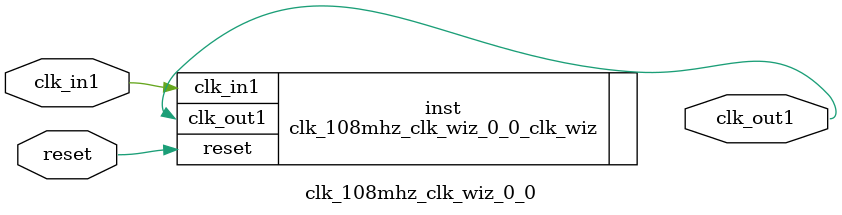
<source format=v>


`timescale 1ps/1ps

(* CORE_GENERATION_INFO = "clk_108mhz_clk_wiz_0_0,clk_wiz_v6_0_8_0_0,{component_name=clk_108mhz_clk_wiz_0_0,use_phase_alignment=true,use_min_o_jitter=false,use_max_i_jitter=false,use_dyn_phase_shift=false,use_inclk_switchover=false,use_dyn_reconfig=false,enable_axi=0,feedback_source=FDBK_AUTO,PRIMITIVE=MMCM,num_out_clk=1,clkin1_period=10.000,clkin2_period=10.000,use_power_down=false,use_reset=true,use_locked=false,use_inclk_stopped=false,feedback_type=SINGLE,CLOCK_MGR_TYPE=NA,manual_override=false}" *)

module clk_108mhz_clk_wiz_0_0 
 (
  // Clock out ports
  output        clk_out1,
  // Status and control signals
  input         reset,
 // Clock in ports
  input         clk_in1
 );

  clk_108mhz_clk_wiz_0_0_clk_wiz inst
  (
  // Clock out ports  
  .clk_out1(clk_out1),
  // Status and control signals               
  .reset(reset), 
 // Clock in ports
  .clk_in1(clk_in1)
  );

endmodule

</source>
